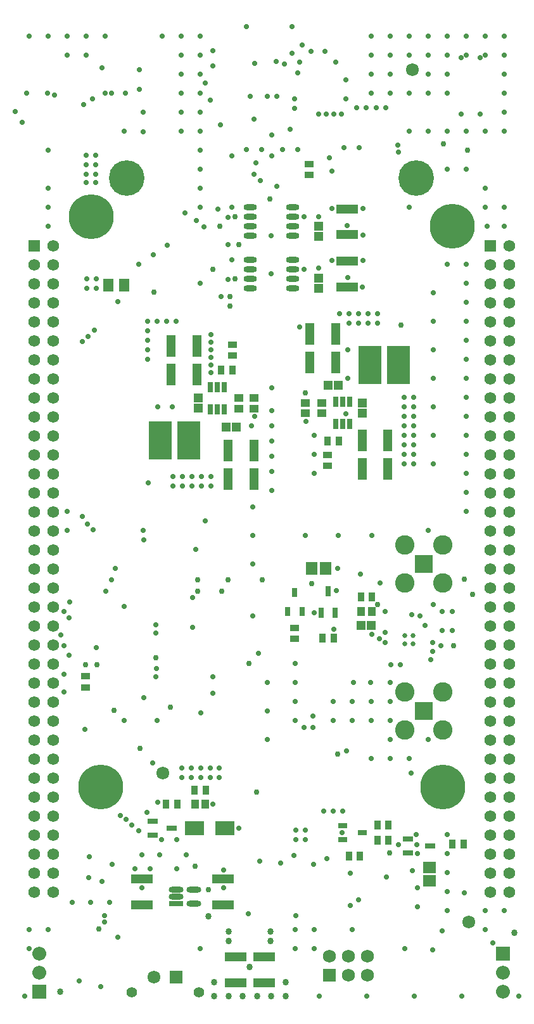
<source format=gbs>
G04*
G04 #@! TF.GenerationSoftware,Altium Limited,DefaultClient, ()*
G04*
G04 Layer_Color=16711935*
%FSLAX44Y44*%
%MOMM*%
G71*
G04*
G04 #@! TF.SameCoordinates,8DA877EA-5960-4089-89AF-F9EF2ED2926F*
G04*
G04*
G04 #@! TF.FilePolarity,Negative*
G04*
G01*
G75*
%ADD62R,1.2024X1.2024*%
%ADD71C,0.7524*%
%ADD72R,1.1524X0.9524*%
%ADD74R,0.9524X1.1524*%
%ADD75R,1.2024X1.0524*%
%ADD76R,1.6524X1.6024*%
%ADD79R,1.0524X1.2024*%
%ADD80R,0.8024X1.3024*%
%ADD81R,0.8024X1.3524*%
%ADD82R,1.3524X1.6524*%
%ADD85R,1.2024X1.2024*%
%ADD91R,1.3024X2.9524*%
%ADD92R,1.3024X0.8024*%
%ADD93R,1.3524X0.8024*%
%ADD94R,1.6024X1.6524*%
%ADD97O,1.8524X1.8524*%
%ADD98R,1.8524X1.8524*%
%ADD99C,2.6024*%
%ADD100R,2.4524X2.4524*%
%ADD101C,1.7224*%
%ADD102R,1.7224X1.7224*%
%ADD103C,1.4224*%
%ADD104R,1.5734X1.5734*%
%ADD105C,1.5734*%
%ADD106C,4.7524*%
%ADD107C,1.7524*%
%ADD108R,1.7524X1.7524*%
%ADD109C,5.9944*%
%ADD110C,0.8636*%
%ADD111C,0.7112*%
%ADD112C,0.6604*%
%ADD113C,0.7620*%
%ADD145R,2.6524X1.8524*%
%ADD146R,1.9576X0.7645*%
G04:AMPARAMS|DCode=147|XSize=1.9576mm|YSize=0.7645mm|CornerRadius=0.3823mm|HoleSize=0mm|Usage=FLASHONLY|Rotation=0.000|XOffset=0mm|YOffset=0mm|HoleType=Round|Shape=RoundedRectangle|*
%AMROUNDEDRECTD147*
21,1,1.9576,0.0000,0,0,0.0*
21,1,1.1931,0.7645,0,0,0.0*
1,1,0.7645,0.5966,0.0000*
1,1,0.7645,-0.5966,0.0000*
1,1,0.7645,-0.5966,0.0000*
1,1,0.7645,0.5966,0.0000*
%
%ADD147ROUNDEDRECTD147*%
%ADD148R,2.9524X1.3024*%
%ADD149R,3.1524X5.1524*%
%ADD150O,1.8024X0.8024*%
D62*
X348100Y215900D02*
D03*
X361600D02*
D03*
X303650Y537040D02*
D03*
X317150D02*
D03*
X167760Y481330D02*
D03*
X181260D02*
D03*
D71*
X457447Y859658D02*
D03*
X385557Y-87784D02*
D03*
X172720Y655320D02*
D03*
X179070Y679450D02*
D03*
X149860Y692150D02*
D03*
X172720Y642620D02*
D03*
X226060Y786130D02*
D03*
X158750Y749300D02*
D03*
X179070Y762000D02*
D03*
X184150Y725170D02*
D03*
X490244Y851454D02*
D03*
X215900Y276860D02*
D03*
X281940Y271780D02*
D03*
X273050Y527050D02*
D03*
X401320Y617220D02*
D03*
X197612Y165608D02*
D03*
X71120Y661670D02*
D03*
X125730Y-105410D02*
D03*
X496570Y257870D02*
D03*
X485902Y277699D02*
D03*
X-20320Y163830D02*
D03*
D72*
Y133470D02*
D03*
Y148470D02*
D03*
X278130Y833000D02*
D03*
Y818000D02*
D03*
X259080Y213240D02*
D03*
Y198240D02*
D03*
X302780Y429380D02*
D03*
Y444380D02*
D03*
X175780Y576700D02*
D03*
Y591700D02*
D03*
D74*
X346337Y-92174D02*
D03*
X331337D02*
D03*
X369437Y-70664D02*
D03*
X384437D02*
D03*
X369437Y-50344D02*
D03*
X384437D02*
D03*
X470020Y-76200D02*
D03*
X485020D02*
D03*
X102000Y-22860D02*
D03*
X87000D02*
D03*
X140100Y-3810D02*
D03*
X125100D02*
D03*
X296030Y199390D02*
D03*
X311030D02*
D03*
X347350Y254000D02*
D03*
X362350D02*
D03*
X317900Y462280D02*
D03*
X302900D02*
D03*
X175660Y557530D02*
D03*
X160660D02*
D03*
D75*
X204990Y506080D02*
D03*
Y520080D02*
D03*
X184670Y520080D02*
D03*
Y506080D02*
D03*
X295160Y499730D02*
D03*
Y513730D02*
D03*
X273570Y513730D02*
D03*
Y499730D02*
D03*
D76*
X438912Y-106828D02*
D03*
Y-125328D02*
D03*
D79*
X139600Y-22860D02*
D03*
X125600D02*
D03*
X347850Y234950D02*
D03*
X361850D02*
D03*
D80*
X268580Y234900D02*
D03*
X249580D02*
D03*
X259080Y260400D02*
D03*
D81*
X303530Y262150D02*
D03*
X294030Y233150D02*
D03*
X313030D02*
D03*
X332600Y515130D02*
D03*
X323100D02*
D03*
X313600D02*
D03*
Y485630D02*
D03*
X323100D02*
D03*
X332600D02*
D03*
X145960Y534180D02*
D03*
X155460D02*
D03*
X164960D02*
D03*
Y504680D02*
D03*
X155460D02*
D03*
X145960D02*
D03*
D82*
X9820Y670560D02*
D03*
X30820D02*
D03*
D85*
X349770Y513480D02*
D03*
Y499980D02*
D03*
X291350Y736200D02*
D03*
Y749700D02*
D03*
Y666350D02*
D03*
Y679850D02*
D03*
X130060Y519830D02*
D03*
Y506330D02*
D03*
D91*
X313680Y605790D02*
D03*
X279180D02*
D03*
X169960Y411480D02*
D03*
X204460D02*
D03*
X279180Y567690D02*
D03*
X313680D02*
D03*
X349030Y463550D02*
D03*
X383530D02*
D03*
X349030Y425450D02*
D03*
X383530D02*
D03*
X93760Y551180D02*
D03*
X128260D02*
D03*
X93760Y589280D02*
D03*
X128260D02*
D03*
X169960Y449580D02*
D03*
X204460D02*
D03*
D92*
X323547Y-70004D02*
D03*
Y-51004D02*
D03*
X349047Y-60504D02*
D03*
D93*
X439697Y-78284D02*
D03*
X410697Y-68784D02*
D03*
Y-87784D02*
D03*
X94800Y-54610D02*
D03*
X68800Y-45110D02*
D03*
Y-64110D02*
D03*
D94*
X281580Y292100D02*
D03*
X300080D02*
D03*
D97*
X-82030Y-222250D02*
D03*
Y-247650D02*
D03*
X537730Y-273050D02*
D03*
Y-247650D02*
D03*
D98*
X-82030Y-273050D02*
D03*
X537730Y-222250D02*
D03*
D99*
X406400Y323850D02*
D03*
X457200D02*
D03*
X406400Y273050D02*
D03*
X457200D02*
D03*
Y76200D02*
D03*
X406400D02*
D03*
X457200Y127000D02*
D03*
X406400D02*
D03*
D100*
X431800Y298450D02*
D03*
Y101600D02*
D03*
D101*
X416560Y958850D02*
D03*
X491490Y-180340D02*
D03*
X70850Y-254000D02*
D03*
X82550Y19050D02*
D03*
D102*
X100850Y-254000D02*
D03*
D103*
X130850Y-273600D02*
D03*
X40850D02*
D03*
D104*
X-88900Y723700D02*
D03*
X520700Y723700D02*
D03*
D105*
X-63500Y723700D02*
D03*
X-88900Y698300D02*
D03*
X-63500D02*
D03*
X-88900Y672900D02*
D03*
X-63500D02*
D03*
X-88900Y647500D02*
D03*
X-63500D02*
D03*
X-88900Y622100D02*
D03*
X-63500D02*
D03*
X-88900Y596700D02*
D03*
X-63500D02*
D03*
X-88900Y571300D02*
D03*
X-63500D02*
D03*
X-88900Y545900D02*
D03*
X-63500D02*
D03*
X-88900Y520500D02*
D03*
X-63500D02*
D03*
X-88900Y495100D02*
D03*
X-63500D02*
D03*
X-88900Y469700D02*
D03*
X-63500D02*
D03*
X-88900Y444300D02*
D03*
X-63500D02*
D03*
X-88900Y418900D02*
D03*
X-63500D02*
D03*
X-88900Y393500D02*
D03*
X-63500D02*
D03*
X-88900Y368100D02*
D03*
X-63500D02*
D03*
X-88900Y342700D02*
D03*
X-63500D02*
D03*
X-88900Y317300D02*
D03*
X-63500D02*
D03*
X-88900Y291900D02*
D03*
X-63500D02*
D03*
X-88900Y266500D02*
D03*
X-63500D02*
D03*
X-88900Y241100D02*
D03*
X-63500D02*
D03*
X-88900Y215700D02*
D03*
X-63500D02*
D03*
X-88900Y190300D02*
D03*
X-63500D02*
D03*
X-88900Y164900D02*
D03*
X-63500D02*
D03*
X-88900Y139500D02*
D03*
X-63500D02*
D03*
X-88900Y114100D02*
D03*
X-63500D02*
D03*
X-88900Y88700D02*
D03*
X-63500D02*
D03*
X-88900Y63300D02*
D03*
X-63500D02*
D03*
X-88900Y37900D02*
D03*
X-63500D02*
D03*
X-88900Y12500D02*
D03*
X-63500D02*
D03*
X-88900Y-12900D02*
D03*
X-63500D02*
D03*
X-88900Y-38300D02*
D03*
X-63500D02*
D03*
X-88900Y-63700D02*
D03*
X-63500D02*
D03*
X-88900Y-89100D02*
D03*
X-63500D02*
D03*
X-88900Y-114500D02*
D03*
X-63500D02*
D03*
X-88900Y-139900D02*
D03*
X-63500D02*
D03*
X546100Y723700D02*
D03*
X520700Y698300D02*
D03*
X546100D02*
D03*
X520700Y672900D02*
D03*
X546100D02*
D03*
X520700Y647500D02*
D03*
X546100D02*
D03*
X520700Y622100D02*
D03*
X546100D02*
D03*
X520700Y596700D02*
D03*
X546100D02*
D03*
X520700Y571300D02*
D03*
X546100D02*
D03*
X520700Y545900D02*
D03*
X546100D02*
D03*
X520700Y520500D02*
D03*
X546100D02*
D03*
X520700Y495100D02*
D03*
X546100D02*
D03*
X520700Y469700D02*
D03*
X546100D02*
D03*
X520700Y444300D02*
D03*
X546100D02*
D03*
X520700Y418900D02*
D03*
X546100D02*
D03*
X520700Y393500D02*
D03*
X546100D02*
D03*
X520700Y368100D02*
D03*
X546100D02*
D03*
X520700Y342700D02*
D03*
X546100D02*
D03*
X520700Y317300D02*
D03*
X546100D02*
D03*
X520700Y291900D02*
D03*
X546100D02*
D03*
X520700Y266500D02*
D03*
X546100D02*
D03*
X520700Y241100D02*
D03*
X546100D02*
D03*
X520700Y215700D02*
D03*
X546100D02*
D03*
X520700Y190300D02*
D03*
X546100D02*
D03*
X520700Y164900D02*
D03*
X546100D02*
D03*
X520700Y139500D02*
D03*
X546100D02*
D03*
X520700Y114100D02*
D03*
X546100D02*
D03*
X520700Y88700D02*
D03*
X546100D02*
D03*
X520700Y63300D02*
D03*
X546100D02*
D03*
X520700Y37900D02*
D03*
X546100D02*
D03*
X520700Y12500D02*
D03*
X546100D02*
D03*
X520700Y-12900D02*
D03*
X546100D02*
D03*
X520700Y-38300D02*
D03*
X546100D02*
D03*
X520700Y-63700D02*
D03*
X546100D02*
D03*
X520700Y-89100D02*
D03*
X546100D02*
D03*
X520700Y-114500D02*
D03*
X546100D02*
D03*
X520700Y-139900D02*
D03*
X546100D02*
D03*
D106*
X421600Y814320D02*
D03*
X34600D02*
D03*
D107*
X356120Y-226060D02*
D03*
Y-251460D02*
D03*
X330720Y-226060D02*
D03*
Y-251460D02*
D03*
X305320Y-226060D02*
D03*
D108*
Y-251460D02*
D03*
D109*
X-12739Y761980D02*
D03*
X0Y0D02*
D03*
X457200D02*
D03*
X469859Y749279D02*
D03*
D110*
X552572Y-194039D02*
D03*
X143510Y-172720D02*
D03*
X-54090Y-273050D02*
D03*
X189750Y-279400D02*
D03*
X170700D02*
D03*
X151650Y-260350D02*
D03*
Y-279400D02*
D03*
X246900D02*
D03*
X227850D02*
D03*
X208800D02*
D03*
X246900Y-260350D02*
D03*
X170700Y-205740D02*
D03*
X226580D02*
D03*
Y-193040D02*
D03*
X170700D02*
D03*
X198640Y-240030D02*
D03*
D111*
X32584Y927100D02*
D03*
X56178Y876078D02*
D03*
X-11430Y919480D02*
D03*
X-22860Y911860D02*
D03*
X13970Y927100D02*
D03*
X-62230Y924560D02*
D03*
X1270Y961390D02*
D03*
X56400Y901700D02*
D03*
X5600Y927100D02*
D03*
X-99314D02*
D03*
X-70976Y927476D02*
D03*
X31000Y876300D02*
D03*
X283210Y95250D02*
D03*
X397251Y858111D02*
D03*
X412000Y774700D02*
D03*
X513600D02*
D03*
X516140Y749300D02*
D03*
X61430Y-33325D02*
D03*
X68805Y32795D02*
D03*
X50800Y698500D02*
D03*
X25698Y-37353D02*
D03*
X33528Y-43180D02*
D03*
X506521Y974840D02*
D03*
X481121D02*
D03*
X262795Y954232D02*
D03*
X333074Y-115184D02*
D03*
X422448Y-76454D02*
D03*
X397972D02*
D03*
X381254Y-120142D02*
D03*
X322580Y-60198D02*
D03*
X273050Y-69850D02*
D03*
X139700Y355600D02*
D03*
X127000Y317500D02*
D03*
X95250Y508000D02*
D03*
X76200D02*
D03*
X539000Y1003300D02*
D03*
Y977900D02*
D03*
Y952500D02*
D03*
Y927100D02*
D03*
Y901700D02*
D03*
Y876300D02*
D03*
Y774700D02*
D03*
Y749300D02*
D03*
Y-165100D02*
D03*
X513600Y1003300D02*
D03*
Y977900D02*
D03*
Y876300D02*
D03*
Y800100D02*
D03*
Y-165100D02*
D03*
Y-190500D02*
D03*
X488200Y1003300D02*
D03*
Y977900D02*
D03*
Y876300D02*
D03*
Y825500D02*
D03*
Y698500D02*
D03*
Y673100D02*
D03*
Y647700D02*
D03*
Y622300D02*
D03*
Y596900D02*
D03*
Y571500D02*
D03*
Y546100D02*
D03*
Y520700D02*
D03*
Y495300D02*
D03*
Y469900D02*
D03*
Y444500D02*
D03*
Y419100D02*
D03*
Y393700D02*
D03*
Y368300D02*
D03*
X462800Y1003300D02*
D03*
Y977900D02*
D03*
Y952500D02*
D03*
Y927100D02*
D03*
Y876300D02*
D03*
Y825500D02*
D03*
Y698500D02*
D03*
Y-63500D02*
D03*
Y-88900D02*
D03*
Y-114300D02*
D03*
Y-139700D02*
D03*
Y-165100D02*
D03*
X437400Y1003300D02*
D03*
Y977900D02*
D03*
Y952500D02*
D03*
Y927100D02*
D03*
Y876300D02*
D03*
Y342900D02*
D03*
Y63500D02*
D03*
X412000Y1003300D02*
D03*
Y977900D02*
D03*
Y927100D02*
D03*
Y876300D02*
D03*
Y38100D02*
D03*
X386600Y1003300D02*
D03*
Y977900D02*
D03*
Y952500D02*
D03*
Y927100D02*
D03*
Y139700D02*
D03*
Y114300D02*
D03*
Y88900D02*
D03*
Y63500D02*
D03*
Y38100D02*
D03*
X361200Y1003300D02*
D03*
Y977900D02*
D03*
Y952500D02*
D03*
Y927100D02*
D03*
Y114300D02*
D03*
Y88900D02*
D03*
Y38100D02*
D03*
X335800Y114300D02*
D03*
Y88900D02*
D03*
Y-190500D02*
D03*
X310400Y114300D02*
D03*
Y88900D02*
D03*
X285000Y469900D02*
D03*
Y444500D02*
D03*
Y419100D02*
D03*
Y-190500D02*
D03*
Y-215900D02*
D03*
X259600Y165100D02*
D03*
Y139700D02*
D03*
Y114300D02*
D03*
Y88900D02*
D03*
Y-190500D02*
D03*
Y-215900D02*
D03*
X132600Y1003300D02*
D03*
Y977900D02*
D03*
Y952500D02*
D03*
Y927100D02*
D03*
Y901700D02*
D03*
Y876300D02*
D03*
Y850900D02*
D03*
Y825500D02*
D03*
Y800100D02*
D03*
Y774700D02*
D03*
Y673100D02*
D03*
Y-215900D02*
D03*
X107200Y1003300D02*
D03*
Y977900D02*
D03*
Y952500D02*
D03*
Y927100D02*
D03*
Y901700D02*
D03*
Y876300D02*
D03*
X81800Y1003300D02*
D03*
X56400Y342900D02*
D03*
X31000Y241300D02*
D03*
Y88900D02*
D03*
X5600Y1003300D02*
D03*
X-19800D02*
D03*
Y977900D02*
D03*
X-45200Y1003300D02*
D03*
Y977900D02*
D03*
Y368300D02*
D03*
Y342900D02*
D03*
X-70600Y1003300D02*
D03*
Y850900D02*
D03*
Y800100D02*
D03*
Y774700D02*
D03*
Y749300D02*
D03*
Y-190500D02*
D03*
X-96000Y1003300D02*
D03*
Y-190500D02*
D03*
Y-215900D02*
D03*
X379730Y193040D02*
D03*
X372110Y198120D02*
D03*
X400050Y163830D02*
D03*
X387350D02*
D03*
X443230Y193040D02*
D03*
Y181610D02*
D03*
X440690Y170180D02*
D03*
X444500Y243840D02*
D03*
X379730Y234950D02*
D03*
X325120Y854710D02*
D03*
X345440D02*
D03*
X234950Y802640D02*
D03*
X175260Y843280D02*
D03*
X199390Y923290D02*
D03*
X228600Y843280D02*
D03*
X207010Y834390D02*
D03*
X228600Y871220D02*
D03*
X204470Y892810D02*
D03*
X234950Y923290D02*
D03*
X222250D02*
D03*
X259080Y906780D02*
D03*
Y919480D02*
D03*
X205893Y967345D02*
D03*
X22860Y648970D02*
D03*
X406400Y-215900D02*
D03*
X292100Y-279400D02*
D03*
X355600D02*
D03*
X419100D02*
D03*
X482600D02*
D03*
X558800D02*
D03*
X-101600D02*
D03*
X0Y-266700D02*
D03*
X-49530Y127000D02*
D03*
Y151130D02*
D03*
X-49432Y189533D02*
D03*
X-49530Y234950D02*
D03*
X-41910Y247650D02*
D03*
X19050Y292100D02*
D03*
X57150Y330200D02*
D03*
X63500Y406400D02*
D03*
X330200Y546100D02*
D03*
Y584200D02*
D03*
X444500Y431800D02*
D03*
Y469900D02*
D03*
Y508000D02*
D03*
Y546100D02*
D03*
Y584200D02*
D03*
Y622300D02*
D03*
Y660400D02*
D03*
X222250Y63500D02*
D03*
Y101600D02*
D03*
Y139700D02*
D03*
X361950Y336550D02*
D03*
X317500D02*
D03*
X273050D02*
D03*
X203200D02*
D03*
Y228600D02*
D03*
Y374650D02*
D03*
Y298450D02*
D03*
X69850Y711200D02*
D03*
X88900Y723900D02*
D03*
X112776Y767588D02*
D03*
X6289Y261681D02*
D03*
X147259Y402651D02*
D03*
X-42608Y176340D02*
D03*
X137801Y749167D02*
D03*
X128016Y757301D02*
D03*
X-19050Y666750D02*
D03*
Y679450D02*
D03*
X-21590Y77470D02*
D03*
X161036Y655320D02*
D03*
X397510Y848868D02*
D03*
X-6350Y186690D02*
D03*
X210820Y179070D02*
D03*
X205740Y495300D02*
D03*
X255270Y980440D02*
D03*
X234603Y969933D02*
D03*
X-6350Y666750D02*
D03*
Y679450D02*
D03*
X-8890Y610870D02*
D03*
X-16764Y602617D02*
D03*
X76200Y-20320D02*
D03*
X41656Y-50800D02*
D03*
X415798Y230886D02*
D03*
X-114300Y902970D02*
D03*
X260350Y-171450D02*
D03*
X149860Y-22860D02*
D03*
X328930Y750570D02*
D03*
X330200Y680720D02*
D03*
X349250Y668020D02*
D03*
X350520Y737870D02*
D03*
X265430Y614680D02*
D03*
X327660Y499110D02*
D03*
X274320Y488950D02*
D03*
X174752Y774700D02*
D03*
Y704850D02*
D03*
X170180Y678180D02*
D03*
X200914Y482600D02*
D03*
X122780Y213770D02*
D03*
X73660Y147320D02*
D03*
X74176Y158361D02*
D03*
X13970Y276860D02*
D03*
X163830Y-134620D02*
D03*
Y-110490D02*
D03*
X157734Y12700D02*
D03*
Y25400D02*
D03*
X133350D02*
D03*
Y12700D02*
D03*
X107950Y25400D02*
D03*
X120650D02*
D03*
Y12700D02*
D03*
X107950D02*
D03*
X54610Y-134620D02*
D03*
X146050Y25400D02*
D03*
Y12700D02*
D03*
X133350Y99060D02*
D03*
X57150Y119380D02*
D03*
X45720Y-109220D02*
D03*
X323100Y-31750D02*
D03*
X310400D02*
D03*
X297700D02*
D03*
X212090Y-99060D02*
D03*
X184150Y-54610D02*
D03*
X443230Y-217170D02*
D03*
X122492Y253428D02*
D03*
X73660Y205740D02*
D03*
Y217170D02*
D03*
X-24384Y595630D02*
D03*
X-17780Y351790D02*
D03*
X-24384Y361950D02*
D03*
X-10160Y343779D02*
D03*
X-29210Y-259080D02*
D03*
X22860Y-200660D02*
D03*
X11430Y-153670D02*
D03*
X-13970D02*
D03*
X-38100D02*
D03*
X196850Y-168910D02*
D03*
X524206Y-208006D02*
D03*
X455930Y-191770D02*
D03*
X422910Y-160020D02*
D03*
X421640Y-63500D02*
D03*
X240030Y-101600D02*
D03*
X284480Y-102870D02*
D03*
X302260Y-95250D02*
D03*
X81280Y-69850D02*
D03*
X114300Y-90170D02*
D03*
X101600Y-69850D02*
D03*
Y-109220D02*
D03*
X15240Y-102870D02*
D03*
X-16510Y-120650D02*
D03*
X149860Y147320D02*
D03*
Y125730D02*
D03*
X74930Y88900D02*
D03*
X228600Y396240D02*
D03*
Y421640D02*
D03*
Y441960D02*
D03*
Y462280D02*
D03*
Y482600D02*
D03*
Y533400D02*
D03*
Y502920D02*
D03*
X227330Y736600D02*
D03*
X213360Y810260D02*
D03*
X227330Y685800D02*
D03*
X147320Y594360D02*
D03*
Y574040D02*
D03*
Y553720D02*
D03*
Y563880D02*
D03*
Y584200D02*
D03*
Y604520D02*
D03*
X290830Y693420D02*
D03*
Y762000D02*
D03*
X350520Y703580D02*
D03*
X308610D02*
D03*
Y773430D02*
D03*
X350520D02*
D03*
X271780Y692150D02*
D03*
X245110Y966470D02*
D03*
X308610Y822960D02*
D03*
X146050Y918210D02*
D03*
X139700Y941070D02*
D03*
X194310Y852170D02*
D03*
X327660Y919480D02*
D03*
Y944880D02*
D03*
X299720Y982980D02*
D03*
X313690Y969010D02*
D03*
X255270Y1016000D02*
D03*
X194310D02*
D03*
X149860Y984250D02*
D03*
X51170Y932180D02*
D03*
Y958850D02*
D03*
X-105226Y888817D02*
D03*
X481330Y899239D02*
D03*
X506730Y899160D02*
D03*
X-53340Y203200D02*
D03*
X257810Y-91440D02*
D03*
X1270Y-125730D02*
D03*
X271780Y762000D02*
D03*
X262890Y852170D02*
D03*
X242570D02*
D03*
X169672Y725170D02*
D03*
X169926Y761746D02*
D03*
X156210Y772160D02*
D03*
X344424Y-150114D02*
D03*
X333580Y-157734D02*
D03*
X5080Y-179832D02*
D03*
Y-171704D02*
D03*
X252904Y878840D02*
D03*
X204470Y819150D02*
D03*
X305816Y841502D02*
D03*
X415036Y19304D02*
D03*
X283210Y80010D02*
D03*
X50800Y-57658D02*
D03*
X-15580Y-92902D02*
D03*
X485394Y-141224D02*
D03*
X-42164Y226822D02*
D03*
X160020Y885190D02*
D03*
X290830Y899327D02*
D03*
X300990D02*
D03*
X311150D02*
D03*
X321310D02*
D03*
X214630Y852170D02*
D03*
X265430Y969010D02*
D03*
X280670Y982980D02*
D03*
X269240Y991870D02*
D03*
X149860Y963930D02*
D03*
X379790Y207070D02*
D03*
X361950Y204470D02*
D03*
X271840Y80070D02*
D03*
X360680Y139700D02*
D03*
X337820D02*
D03*
X311150Y210820D02*
D03*
X284734Y233426D02*
D03*
X314960Y262890D02*
D03*
X316230Y292100D02*
D03*
X426720Y228600D02*
D03*
X433070Y215900D02*
D03*
X373380Y273050D02*
D03*
X346710Y284480D02*
D03*
X454660Y189230D02*
D03*
X469900Y209550D02*
D03*
Y234950D02*
D03*
X455930D02*
D03*
Y209550D02*
D03*
X416560Y-111760D02*
D03*
X422910Y-134620D02*
D03*
Y-88900D02*
D03*
X260350Y-69850D02*
D03*
X273050Y-57150D02*
D03*
X260350D02*
D03*
X96520Y402590D02*
D03*
Y415290D02*
D03*
X331470Y619760D02*
D03*
X318770Y632460D02*
D03*
X331470D02*
D03*
X344170D02*
D03*
Y619760D02*
D03*
X356870D02*
D03*
Y632460D02*
D03*
X369570Y619760D02*
D03*
Y632460D02*
D03*
X109220Y415290D02*
D03*
X121920D02*
D03*
Y402590D02*
D03*
X109220D02*
D03*
X134620D02*
D03*
Y415290D02*
D03*
X147320D02*
D03*
X66040Y-109220D02*
D03*
X78740Y-90170D02*
D03*
X54610D02*
D03*
X380385Y907802D02*
D03*
X367685D02*
D03*
X354850Y908050D02*
D03*
X342150D02*
D03*
X328180Y48260D02*
D03*
X405650Y431800D02*
D03*
Y444500D02*
D03*
Y469900D02*
D03*
Y457200D02*
D03*
Y482600D02*
D03*
Y495300D02*
D03*
Y520700D02*
D03*
Y508000D02*
D03*
X418350Y431800D02*
D03*
Y444500D02*
D03*
Y469900D02*
D03*
Y457200D02*
D03*
Y508000D02*
D03*
Y520700D02*
D03*
Y495300D02*
D03*
Y482600D02*
D03*
X62750Y596900D02*
D03*
Y609600D02*
D03*
Y584200D02*
D03*
Y571500D02*
D03*
X100850Y622300D02*
D03*
X88150D02*
D03*
X62750D02*
D03*
X75450D02*
D03*
X-7100Y807720D02*
D03*
X-19800D02*
D03*
X-7100Y819150D02*
D03*
X-19800D02*
D03*
X-7100Y831850D02*
D03*
X-19800D02*
D03*
X-7100Y844550D02*
D03*
X-19800D02*
D03*
D112*
X417500Y202350D02*
D03*
Y191350D02*
D03*
X406500Y202350D02*
D03*
Y191350D02*
D03*
D113*
X169926Y276860D02*
D03*
X161290Y261620D02*
D03*
X129540D02*
D03*
Y276860D02*
D03*
X17780Y102870D02*
D03*
X73660Y172720D02*
D03*
X92710Y106680D02*
D03*
X-2540Y-189230D02*
D03*
X143510Y-137160D02*
D03*
X208280Y-6350D02*
D03*
X316230Y44450D02*
D03*
X52070Y52070D02*
D03*
X-5080Y163830D02*
D03*
X370052Y244385D02*
D03*
X471170Y189230D02*
D03*
D145*
X125300Y-54610D02*
D03*
X165300D02*
D03*
D146*
X100850Y-155550D02*
D03*
D147*
Y-146050D02*
D03*
Y-136550D02*
D03*
X123860D02*
D03*
Y-155550D02*
D03*
D148*
X163155Y-156950D02*
D03*
Y-122450D02*
D03*
X55205D02*
D03*
Y-156950D02*
D03*
X180072Y-261090D02*
D03*
Y-226590D02*
D03*
X218172Y-261090D02*
D03*
Y-226590D02*
D03*
X329450Y668550D02*
D03*
Y703050D02*
D03*
Y738400D02*
D03*
Y772900D02*
D03*
D149*
X397980Y563880D02*
D03*
X359980D02*
D03*
X117310Y463550D02*
D03*
X79310D02*
D03*
D150*
X256100Y774700D02*
D03*
Y762000D02*
D03*
Y749300D02*
D03*
Y736600D02*
D03*
X199600Y774700D02*
D03*
Y762000D02*
D03*
Y749300D02*
D03*
Y736600D02*
D03*
X256100Y704850D02*
D03*
Y692150D02*
D03*
Y679450D02*
D03*
Y666750D02*
D03*
X199600Y704850D02*
D03*
Y692150D02*
D03*
Y679450D02*
D03*
Y666750D02*
D03*
M02*

</source>
